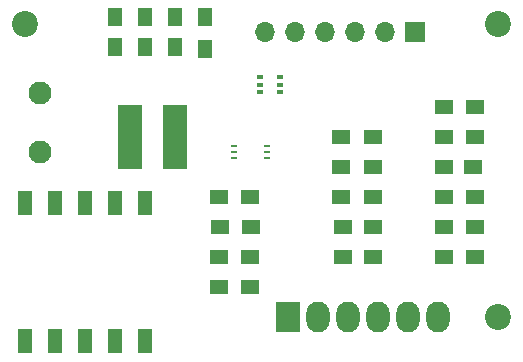
<source format=gbr>
G04 #@! TF.FileFunction,Soldermask,Top*
%FSLAX46Y46*%
G04 Gerber Fmt 4.6, Leading zero omitted, Abs format (unit mm)*
G04 Created by KiCad (PCBNEW 4.0.1-stable) date 5/23/2018 12:30:50 PM*
%MOMM*%
G01*
G04 APERTURE LIST*
%ADD10C,0.100000*%
%ADD11R,1.700000X1.700000*%
%ADD12O,1.700000X1.700000*%
%ADD13C,2.200000*%
%ADD14R,2.000000X2.600000*%
%ADD15O,2.000000X2.600000*%
%ADD16C,1.950000*%
%ADD17R,0.550000X0.300000*%
%ADD18R,0.550000X0.250000*%
%ADD19R,1.500000X1.250000*%
%ADD20R,1.250000X1.500000*%
%ADD21R,2.150000X5.500000*%
%ADD22R,1.500000X1.300000*%
%ADD23R,1.200000X2.100000*%
%ADD24R,1.300000X1.500000*%
G04 APERTURE END LIST*
D10*
D11*
X148590000Y-95250000D03*
D12*
X146050000Y-95250000D03*
X143510000Y-95250000D03*
X140970000Y-95250000D03*
X138430000Y-95250000D03*
X135890000Y-95250000D03*
D13*
X155575000Y-119380000D03*
X155575000Y-94615000D03*
D14*
X137795000Y-119380000D03*
D15*
X140335000Y-119380000D03*
X142875000Y-119380000D03*
X145415000Y-119380000D03*
X147955000Y-119380000D03*
X150495000Y-119380000D03*
D16*
X116840000Y-105410000D03*
X116840000Y-100410000D03*
D17*
X135410000Y-99060000D03*
X135410000Y-99710000D03*
X135410000Y-100360000D03*
X137160000Y-100360000D03*
X137160000Y-99710000D03*
X137160000Y-99060000D03*
D18*
X135995000Y-104910000D03*
X133245000Y-104910000D03*
X133245000Y-105410000D03*
X133245000Y-105910000D03*
X135995000Y-105910000D03*
X135995000Y-105410000D03*
D19*
X142480000Y-111760000D03*
X144980000Y-111760000D03*
X142480000Y-114300000D03*
X144980000Y-114300000D03*
D20*
X123190000Y-96500000D03*
X123190000Y-94000000D03*
X125730000Y-96500000D03*
X125730000Y-94000000D03*
X128270000Y-96500000D03*
X128270000Y-94000000D03*
D19*
X150977600Y-106680000D03*
X153477600Y-106680000D03*
D21*
X124420000Y-104140000D03*
X128270000Y-104140000D03*
D22*
X134620000Y-116840000D03*
X131920000Y-116840000D03*
X142280000Y-106680000D03*
X144980000Y-106680000D03*
X142280000Y-109220000D03*
X144980000Y-109220000D03*
X150970000Y-109220000D03*
X153670000Y-109220000D03*
X142280000Y-104140000D03*
X144980000Y-104140000D03*
D23*
X115570000Y-121420000D03*
X118110000Y-121420000D03*
X125730000Y-121420000D03*
X123190000Y-121420000D03*
X115570000Y-109720000D03*
X118110000Y-109720000D03*
X125730000Y-109720000D03*
X123190000Y-109720000D03*
X120650000Y-109720000D03*
X120650000Y-121420000D03*
D24*
X130810000Y-96680000D03*
X130810000Y-93980000D03*
D22*
X131920000Y-114300000D03*
X134620000Y-114300000D03*
X150970000Y-104140000D03*
X153670000Y-104140000D03*
X150970000Y-101600000D03*
X153670000Y-101600000D03*
X131920000Y-109220000D03*
X134620000Y-109220000D03*
X132000000Y-111760000D03*
X134700000Y-111760000D03*
X150970000Y-111760000D03*
X153670000Y-111760000D03*
X150970000Y-114300000D03*
X153670000Y-114300000D03*
D13*
X115570000Y-94615000D03*
M02*

</source>
